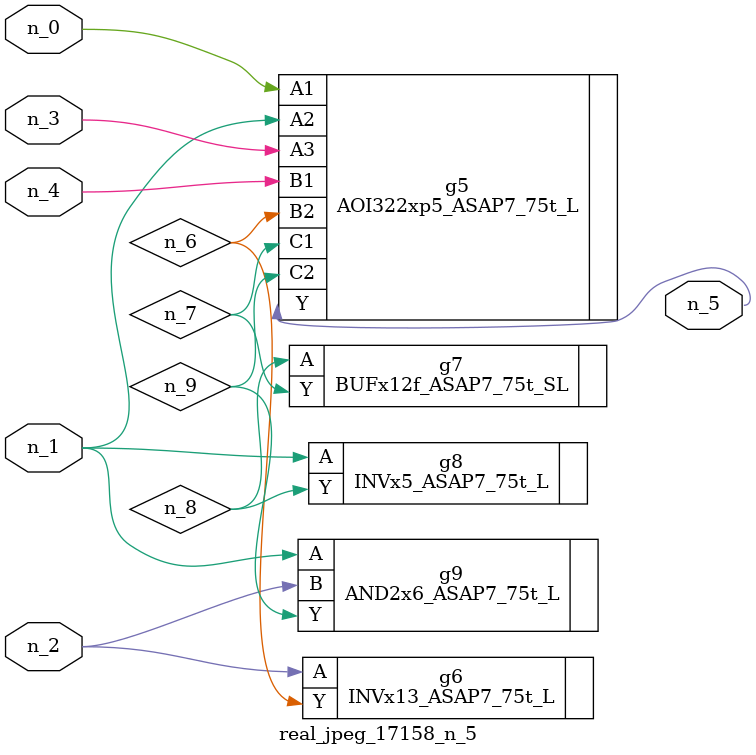
<source format=v>
module real_jpeg_17158_n_5 (n_4, n_0, n_1, n_2, n_3, n_5);

input n_4;
input n_0;
input n_1;
input n_2;
input n_3;

output n_5;

wire n_8;
wire n_6;
wire n_7;
wire n_9;

AOI322xp5_ASAP7_75t_L g5 ( 
.A1(n_0),
.A2(n_1),
.A3(n_3),
.B1(n_4),
.B2(n_6),
.C1(n_7),
.C2(n_9),
.Y(n_5)
);

INVx5_ASAP7_75t_L g8 ( 
.A(n_1),
.Y(n_8)
);

AND2x6_ASAP7_75t_L g9 ( 
.A(n_1),
.B(n_2),
.Y(n_9)
);

INVx13_ASAP7_75t_L g6 ( 
.A(n_2),
.Y(n_6)
);

BUFx12f_ASAP7_75t_SL g7 ( 
.A(n_8),
.Y(n_7)
);


endmodule
</source>
